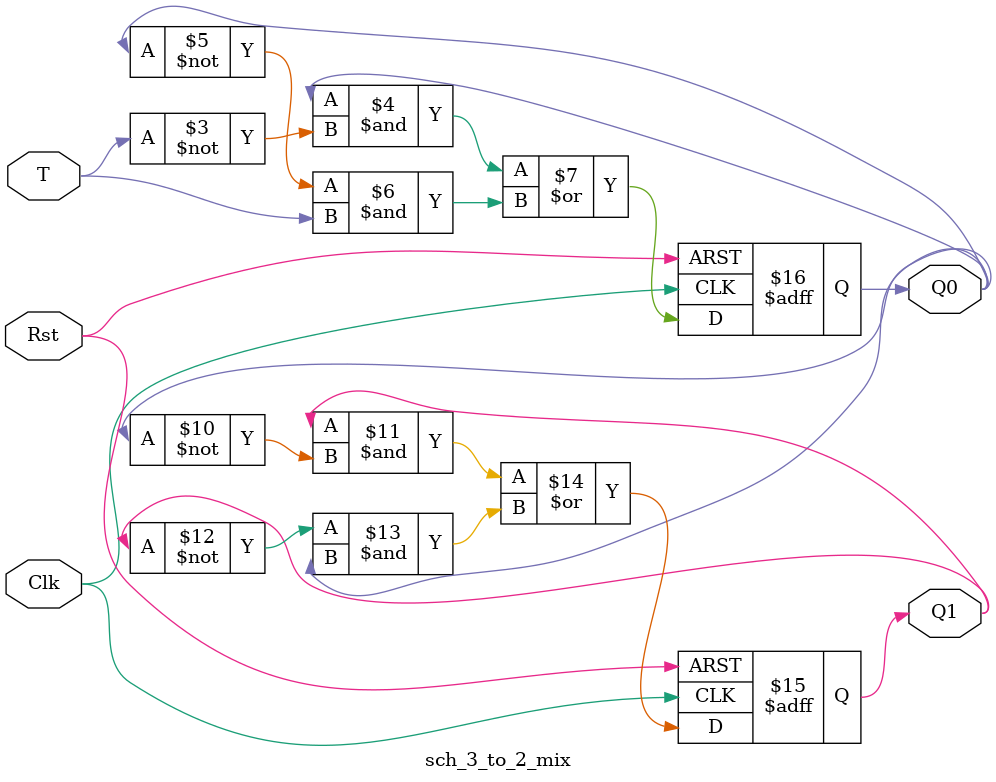
<source format=sv>


module sch_4_to_2_vl (output On1, output On2,							
                   	  input In1, In2, In3, In4);
		wire Y1, Y2;
  
  		nand #5 (Y1, In1, In2);
 		nand #7 (Y2, In2, In3);
  		xor #11 (On1, Y1, Y2);
  		and #10 (On2, Y2, In4);
endmodule

//dataflow
module sch_4_to_2_df (output On1, output On2,							
                   	  input In1, In2, In3, In4);
		logic Y1, Y2;
  
  		assign #5 	Y1 = ~(In1 & In2);
  		assign #7 	Y2 = ~(In2 & In3);
  		assign #11 	On1 = Y1 ^ Y2;
  		assign #10 	On2 = Y2 & In4;
endmodule

//mixed
module sch_3_to_2_mix (output reg Q0, Q1,
                        input T, Clk, Rst);	 
  
  // ! i'm comment next elements to demonstrate code shortening !
  
  //wire Y1, Y2, Y3, Y4, Y5, Y6;
  
  // dataflow [syntax]
  // assign Y1 = Q0 & ~T;
  // assign Y2 = ~Q0 & T;
  // assign Y3 = Y1 | Y2;
  // assign Y4 = Q1 & ~Q0;
  // assign Y5 = ~Q1 & Q0;
  // assign Y6 = Y4 | Y5;

  // behavioral [syntax]
  always @(posedge Clk, negedge Rst)
    if (~Rst) Q0 = 0;
		else Q0 = Q0 & ~T | ~Q0 & T; // Y3
  
  always @(posedge Clk, negedge Rst)
    if (~Rst) Q1 = 0;
		else Q1 = Q1 & ~Q0 | ~Q1 & Q0; // Y6
    
endmodule

</source>
